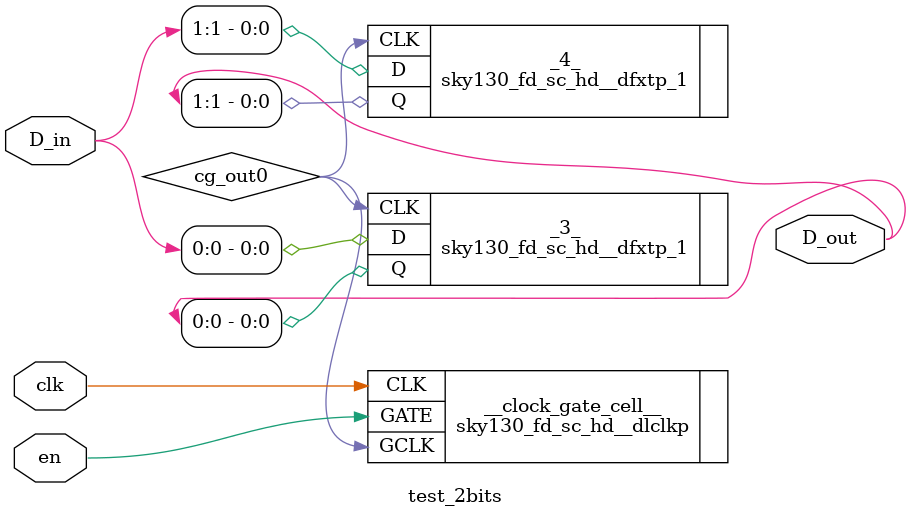
<source format=v>


module test_2bits
(
  D_in,
  clk,
  en,
  D_out
);

  wire cg_out0;
  wire [1:0] _0_;
  input [1:0] D_in;
  output [1:0] D_out;
  input clk;
  input en;

  sky130_fd_sc_hd__dlclkp
  __clock_gate_cell__
  (
    .GCLK(cg_out0),
    .GATE(en),
    .CLK(clk)
  );


  sky130_fd_sc_hd__dfxtp_1
  _3_
  (
    .CLK(cg_out0),
    .D(D_in[0]),
    .Q(D_out[0])
  );


  sky130_fd_sc_hd__dfxtp_1
  _4_
  (
    .CLK(cg_out0),
    .D(D_in[1]),
    .Q(D_out[1])
  );


endmodule


</source>
